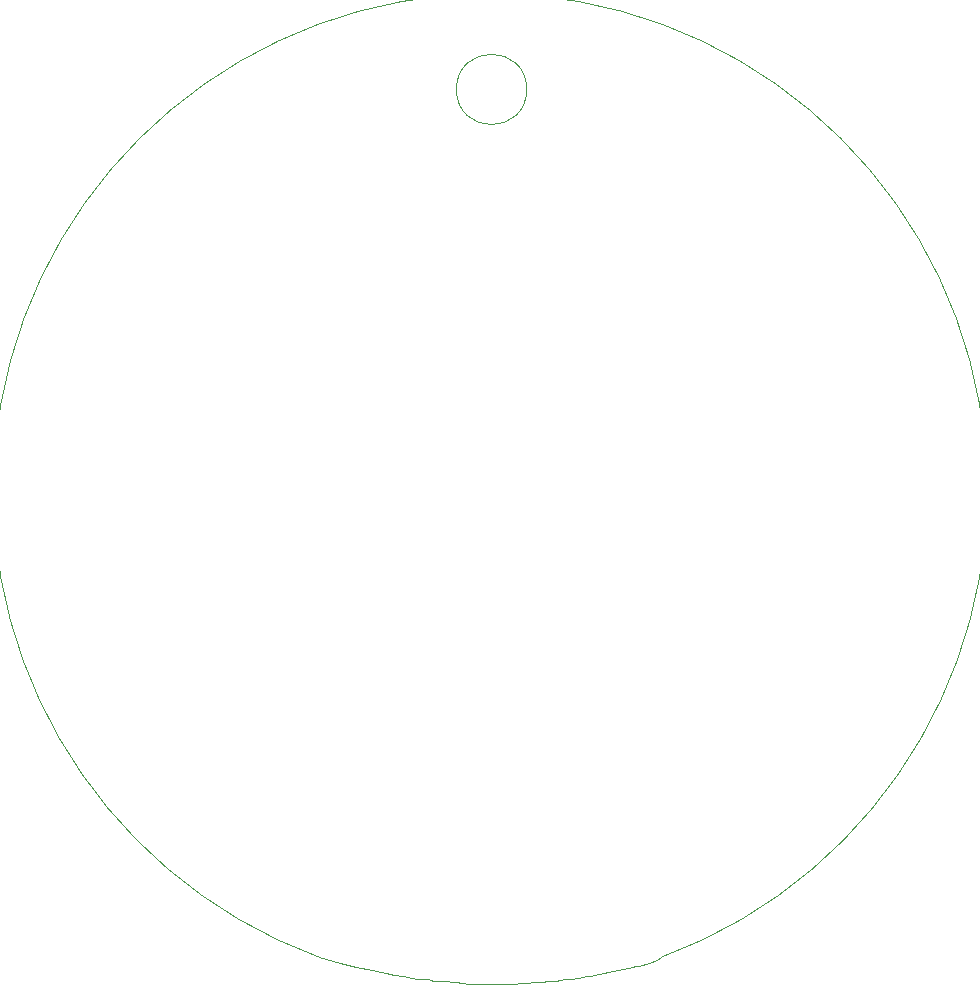
<source format=gbr>
G04 #@! TF.GenerationSoftware,KiCad,Pcbnew,(5.1.2)-1*
G04 #@! TF.CreationDate,2019-07-13T13:46:09+09:00*
G04 #@! TF.ProjectId,github,67697468-7562-42e6-9b69-6361645f7063,rev?*
G04 #@! TF.SameCoordinates,Original*
G04 #@! TF.FileFunction,Profile,NP*
%FSLAX46Y46*%
G04 Gerber Fmt 4.6, Leading zero omitted, Abs format (unit mm)*
G04 Created by KiCad (PCBNEW (5.1.2)-1) date 2019-07-13 13:46:09*
%MOMM*%
%LPD*%
G04 APERTURE LIST*
%ADD10C,0.050000*%
G04 APERTURE END LIST*
D10*
X171653200Y-131267200D02*
X171999999Y-130999999D01*
X170942000Y-131470400D02*
X171653200Y-131267200D01*
X170078400Y-131724400D02*
X170942000Y-131470400D01*
X169722800Y-131775200D02*
X170078400Y-131724400D01*
X169570400Y-131826000D02*
X169722800Y-131775200D01*
X168351200Y-132130800D02*
X169570400Y-131826000D01*
X166319200Y-132537200D02*
X168351200Y-132130800D01*
X166014400Y-132588000D02*
X166319200Y-132537200D01*
X165608000Y-132638800D02*
X166014400Y-132588000D01*
X165049200Y-132740400D02*
X165608000Y-132638800D01*
X164287200Y-132842000D02*
X165049200Y-132740400D01*
X163779200Y-132892800D02*
X164287200Y-132842000D01*
X163474400Y-132943600D02*
X163779200Y-132892800D01*
X163017200Y-132994400D02*
X163474400Y-132943600D01*
X162458400Y-133045200D02*
X163017200Y-132994400D01*
X161798000Y-133096000D02*
X162458400Y-133045200D01*
X161188400Y-133146800D02*
X161798000Y-133096000D01*
X160578800Y-133197600D02*
X161188400Y-133146800D01*
X160324800Y-133197600D02*
X160578800Y-133197600D01*
X159156400Y-133248400D02*
X160324800Y-133197600D01*
X158648400Y-133248400D02*
X159156400Y-133248400D01*
X157480000Y-133248400D02*
X158648400Y-133248400D01*
X156565600Y-133248400D02*
X157480000Y-133248400D01*
X155803600Y-133248400D02*
X156565600Y-133248400D01*
X155143200Y-133197600D02*
X155803600Y-133248400D01*
X154635200Y-133146800D02*
X155143200Y-133197600D01*
X153466800Y-133045200D02*
X154635200Y-133146800D01*
X152654000Y-132994400D02*
X153466800Y-133045200D01*
X152501600Y-132943600D02*
X152654000Y-132994400D01*
X152247600Y-132892800D02*
X152501600Y-132943600D01*
X151485600Y-132842000D02*
X152247600Y-132892800D01*
X150774400Y-132740400D02*
X151485600Y-132842000D01*
X150164800Y-132638800D02*
X150774400Y-132740400D01*
X149352000Y-132486400D02*
X150164800Y-132638800D01*
X148691600Y-132384800D02*
X149352000Y-132486400D01*
X148234400Y-132283200D02*
X148691600Y-132384800D01*
X147472400Y-132130800D02*
X148234400Y-132283200D01*
X146100800Y-131826000D02*
X147472400Y-132130800D01*
X144780000Y-131470400D02*
X146100800Y-131826000D01*
X143014690Y-131005388D02*
X144780000Y-131470400D01*
X160591501Y-57531000D02*
G75*
G03X160591501Y-57531000I-2976383J0D01*
G01*
X143014690Y-131005389D02*
G75*
G02X171999999Y-130999999I14485310J39505389D01*
G01*
M02*

</source>
